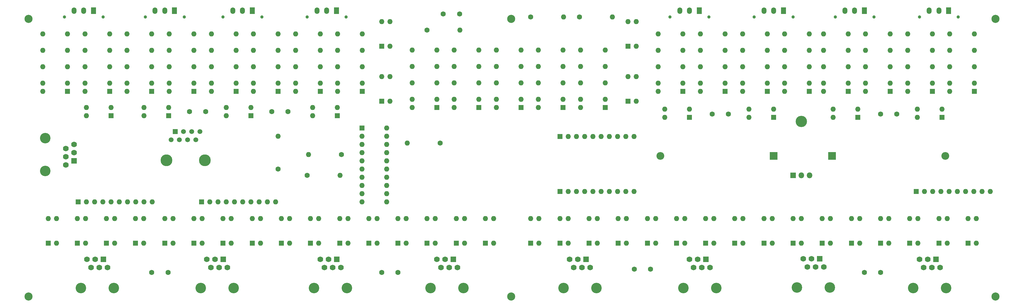
<source format=gbr>
%TF.GenerationSoftware,KiCad,Pcbnew,4.0.7*%
%TF.CreationDate,2018-12-11T18:15:29-05:00*%
%TF.ProjectId,AOML_AB_2.2,414F4D4C5F41425F322E322E6B696361,rev?*%
%TF.FileFunction,Soldermask,Bot*%
%FSLAX46Y46*%
G04 Gerber Fmt 4.6, Leading zero omitted, Abs format (unit mm)*
G04 Created by KiCad (PCBNEW 4.0.7) date 12/11/18 18:15:29*
%MOMM*%
%LPD*%
G01*
G04 APERTURE LIST*
%ADD10C,0.100000*%
%ADD11R,2.400000X2.400000*%
%ADD12O,2.400000X2.400000*%
%ADD13R,1.600000X1.600000*%
%ADD14O,1.600000X1.600000*%
%ADD15C,2.500000*%
%ADD16C,1.600000*%
%ADD17O,3.500000X3.500000*%
%ADD18R,1.800000X1.800000*%
%ADD19O,1.800000X1.800000*%
%ADD20C,1.000000*%
%ADD21R,1.500000X2.000000*%
%ADD22O,1.500000X2.000000*%
%ADD23R,1.500000X1.500000*%
%ADD24C,1.500000*%
%ADD25C,3.650000*%
%ADD26C,1.760000*%
%ADD27R,1.760000X1.760000*%
%ADD28C,3.250000*%
G04 APERTURE END LIST*
D10*
D11*
X275944000Y-72838000D03*
D12*
X310944000Y-72838000D03*
D13*
X168944000Y-99838000D03*
D14*
X171484000Y-92218000D03*
X171484000Y-99838000D03*
X168944000Y-92218000D03*
D13*
X43180000Y-86995000D03*
D14*
X45720000Y-86995000D03*
X48260000Y-86995000D03*
X50800000Y-86995000D03*
X53340000Y-86995000D03*
X55880000Y-86995000D03*
X58420000Y-86995000D03*
X60960000Y-86995000D03*
X63500000Y-86995000D03*
X66040000Y-86995000D03*
D15*
X176860000Y-116365000D03*
X176860000Y-30425000D03*
X27860000Y-116365000D03*
X326440000Y-30425000D03*
X326440000Y-116365000D03*
D16*
X295944000Y-59838000D03*
X290944000Y-59838000D03*
X219944000Y-107838000D03*
X214944000Y-107838000D03*
X160944000Y-28838000D03*
X155944000Y-28838000D03*
D11*
X257944000Y-72838000D03*
D12*
X222944000Y-72838000D03*
D16*
X70944000Y-108838000D03*
X65944000Y-108838000D03*
X141944000Y-108838000D03*
X136944000Y-108838000D03*
X290944000Y-108838000D03*
X285944000Y-108838000D03*
X243944000Y-59838000D03*
X238944000Y-59838000D03*
X107950000Y-59055000D03*
X102950000Y-59055000D03*
X82550000Y-59055000D03*
X77550000Y-59055000D03*
D13*
X136944000Y-38838000D03*
D14*
X139484000Y-31218000D03*
X139484000Y-38838000D03*
X136944000Y-31218000D03*
D13*
X212944000Y-55838000D03*
D14*
X215484000Y-48218000D03*
X215484000Y-55838000D03*
X212944000Y-48218000D03*
D13*
X212944000Y-38838000D03*
D14*
X215484000Y-31218000D03*
X215484000Y-38838000D03*
X212944000Y-31218000D03*
D13*
X136944000Y-55838000D03*
D14*
X139484000Y-48218000D03*
X139484000Y-55838000D03*
X136944000Y-48218000D03*
D13*
X231944000Y-60838000D03*
D14*
X224324000Y-58298000D03*
X231944000Y-58298000D03*
X224324000Y-60838000D03*
D13*
X123190000Y-60325000D03*
D14*
X115570000Y-57785000D03*
X123190000Y-57785000D03*
X115570000Y-60325000D03*
D13*
X96520000Y-60325000D03*
D14*
X88900000Y-57785000D03*
X96520000Y-57785000D03*
X88900000Y-60325000D03*
D13*
X309944000Y-60838000D03*
D14*
X302324000Y-58298000D03*
X309944000Y-58298000D03*
X302324000Y-60838000D03*
D13*
X283944000Y-60838000D03*
D14*
X276324000Y-58298000D03*
X283944000Y-58298000D03*
X276324000Y-60838000D03*
D13*
X257944000Y-60838000D03*
D14*
X250324000Y-58298000D03*
X257944000Y-58298000D03*
X250324000Y-60838000D03*
D13*
X218944000Y-99838000D03*
D14*
X221484000Y-92218000D03*
X221484000Y-99838000D03*
X218944000Y-92218000D03*
D13*
X227944000Y-99838000D03*
D14*
X230484000Y-92218000D03*
X230484000Y-99838000D03*
X227944000Y-92218000D03*
D13*
X236944000Y-99838000D03*
D14*
X239484000Y-92218000D03*
X239484000Y-99838000D03*
X236944000Y-92218000D03*
D13*
X245944000Y-99838000D03*
D14*
X248484000Y-92218000D03*
X248484000Y-99838000D03*
X245944000Y-92218000D03*
D13*
X182944000Y-99838000D03*
D14*
X185484000Y-92218000D03*
X185484000Y-99838000D03*
X182944000Y-92218000D03*
D13*
X191944000Y-99838000D03*
D14*
X194484000Y-92218000D03*
X194484000Y-99838000D03*
X191944000Y-92218000D03*
D13*
X200944000Y-99838000D03*
D14*
X203484000Y-92218000D03*
X203484000Y-99838000D03*
X200944000Y-92218000D03*
D13*
X209944000Y-99838000D03*
D14*
X212484000Y-92218000D03*
X212484000Y-99838000D03*
X209944000Y-92218000D03*
D13*
X141944000Y-99838000D03*
D14*
X144484000Y-92218000D03*
X144484000Y-99838000D03*
X141944000Y-92218000D03*
D13*
X150944000Y-99838000D03*
D14*
X153484000Y-92218000D03*
X153484000Y-99838000D03*
X150944000Y-92218000D03*
D13*
X159944000Y-99838000D03*
D14*
X162484000Y-92218000D03*
X162484000Y-99838000D03*
X159944000Y-92218000D03*
D13*
X254944000Y-99838000D03*
D14*
X257484000Y-92218000D03*
X257484000Y-99838000D03*
X254944000Y-92218000D03*
D13*
X263944000Y-99838000D03*
D14*
X266484000Y-92218000D03*
X266484000Y-99838000D03*
X263944000Y-92218000D03*
D13*
X272944000Y-99838000D03*
D14*
X275484000Y-92218000D03*
X275484000Y-99838000D03*
X272944000Y-92218000D03*
D13*
X281944000Y-99838000D03*
D14*
X284484000Y-92218000D03*
X284484000Y-99838000D03*
X281944000Y-92218000D03*
D13*
X308944000Y-99838000D03*
D14*
X311484000Y-92218000D03*
X311484000Y-99838000D03*
X308944000Y-92218000D03*
D13*
X317944000Y-99838000D03*
D14*
X320484000Y-92218000D03*
X320484000Y-99838000D03*
X317944000Y-92218000D03*
D13*
X290944000Y-99838000D03*
D14*
X293484000Y-92218000D03*
X293484000Y-99838000D03*
X290944000Y-92218000D03*
D13*
X299944000Y-99838000D03*
D14*
X302484000Y-92218000D03*
X302484000Y-99838000D03*
X299944000Y-92218000D03*
D13*
X105944000Y-99838000D03*
D14*
X108484000Y-92218000D03*
X108484000Y-99838000D03*
X105944000Y-92218000D03*
D13*
X114944000Y-99838000D03*
D14*
X117484000Y-92218000D03*
X117484000Y-99838000D03*
X114944000Y-92218000D03*
D13*
X123944000Y-99838000D03*
D14*
X126484000Y-92218000D03*
X126484000Y-99838000D03*
X123944000Y-92218000D03*
D13*
X132944000Y-99838000D03*
D14*
X135484000Y-92218000D03*
X135484000Y-99838000D03*
X132944000Y-92218000D03*
D13*
X33944000Y-99838000D03*
D14*
X36484000Y-92218000D03*
X36484000Y-99838000D03*
X33944000Y-92218000D03*
D13*
X42944000Y-99838000D03*
D14*
X45484000Y-92218000D03*
X45484000Y-99838000D03*
X42944000Y-92218000D03*
D13*
X51944000Y-99838000D03*
D14*
X54484000Y-92218000D03*
X54484000Y-99838000D03*
X51944000Y-92218000D03*
D13*
X60944000Y-99838000D03*
D14*
X63484000Y-92218000D03*
X63484000Y-99838000D03*
X60944000Y-92218000D03*
D13*
X69944000Y-99838000D03*
D14*
X72484000Y-92218000D03*
X72484000Y-99838000D03*
X69944000Y-92218000D03*
D13*
X78944000Y-99838000D03*
D14*
X81484000Y-92218000D03*
X81484000Y-99838000D03*
X78944000Y-92218000D03*
D13*
X87944000Y-99838000D03*
D14*
X90484000Y-92218000D03*
X90484000Y-99838000D03*
X87944000Y-92218000D03*
D13*
X96944000Y-99838000D03*
D14*
X99484000Y-92218000D03*
X99484000Y-99838000D03*
X96944000Y-92218000D03*
D13*
X71120000Y-60325000D03*
D14*
X63500000Y-57785000D03*
X71120000Y-57785000D03*
X63500000Y-60325000D03*
D13*
X53340000Y-60325000D03*
D14*
X45720000Y-57785000D03*
X53340000Y-57785000D03*
X45720000Y-60325000D03*
D16*
X124460000Y-72390000D03*
D14*
X114300000Y-72390000D03*
D16*
X154944000Y-68838000D03*
D14*
X144784000Y-68838000D03*
D16*
X113944000Y-78838000D03*
D14*
X124104000Y-78838000D03*
D16*
X182944000Y-29838000D03*
D14*
X193104000Y-29838000D03*
D16*
X150944000Y-33838000D03*
D14*
X161104000Y-33838000D03*
D16*
X197944000Y-29838000D03*
D14*
X208104000Y-29838000D03*
D16*
X104944000Y-76838000D03*
D14*
X104944000Y-66678000D03*
D13*
X191944000Y-66838000D03*
D14*
X194484000Y-66838000D03*
X197024000Y-66838000D03*
X199564000Y-66838000D03*
X202104000Y-66838000D03*
X204644000Y-66838000D03*
X207184000Y-66838000D03*
X209724000Y-66838000D03*
X212264000Y-66838000D03*
X214804000Y-66838000D03*
D13*
X301944000Y-83838000D03*
D14*
X304484000Y-83838000D03*
X307024000Y-83838000D03*
X309564000Y-83838000D03*
X312104000Y-83838000D03*
X314644000Y-83838000D03*
X317184000Y-83838000D03*
X319724000Y-83838000D03*
X322264000Y-83838000D03*
X324804000Y-83838000D03*
D13*
X191944000Y-83838000D03*
D14*
X194484000Y-83838000D03*
X197024000Y-83838000D03*
X199564000Y-83838000D03*
X202104000Y-83838000D03*
X204644000Y-83838000D03*
X207184000Y-83838000D03*
X209724000Y-83838000D03*
X212264000Y-83838000D03*
X214804000Y-83838000D03*
D13*
X81280000Y-86995000D03*
D14*
X83820000Y-86995000D03*
X86360000Y-86995000D03*
X88900000Y-86995000D03*
X91440000Y-86995000D03*
X93980000Y-86995000D03*
X96520000Y-86995000D03*
X99060000Y-86995000D03*
X101600000Y-86995000D03*
X104140000Y-86995000D03*
D13*
X130810000Y-64135000D03*
D14*
X138430000Y-86995000D03*
X130810000Y-66675000D03*
X138430000Y-84455000D03*
X130810000Y-69215000D03*
X138430000Y-81915000D03*
X130810000Y-71755000D03*
X138430000Y-79375000D03*
X130810000Y-74295000D03*
X138430000Y-76835000D03*
X130810000Y-76835000D03*
X138430000Y-74295000D03*
X130810000Y-79375000D03*
X138430000Y-71755000D03*
X130810000Y-81915000D03*
X138430000Y-69215000D03*
X130810000Y-84455000D03*
X138430000Y-66675000D03*
X130810000Y-86995000D03*
X138430000Y-64135000D03*
D17*
X266484000Y-62178000D03*
D18*
X263944000Y-78838000D03*
D19*
X266484000Y-78838000D03*
X269024000Y-78838000D03*
D20*
X99944000Y-29798000D03*
X87944000Y-29798000D03*
D21*
X96944000Y-27838000D03*
D22*
X93944000Y-27838000D03*
X90944000Y-27838000D03*
D20*
X125944000Y-29798000D03*
X113944000Y-29798000D03*
D21*
X122944000Y-27838000D03*
D22*
X119944000Y-27838000D03*
X116944000Y-27838000D03*
D20*
X237944000Y-29798000D03*
X225944000Y-29798000D03*
D21*
X234944000Y-27838000D03*
D22*
X231944000Y-27838000D03*
X228944000Y-27838000D03*
D20*
X314944000Y-29798000D03*
X302944000Y-29798000D03*
D21*
X311944000Y-27838000D03*
D22*
X308944000Y-27838000D03*
X305944000Y-27838000D03*
D20*
X288944000Y-29798000D03*
X276944000Y-29798000D03*
D21*
X285944000Y-27838000D03*
D22*
X282944000Y-27838000D03*
X279944000Y-27838000D03*
D20*
X263944000Y-29798000D03*
X251944000Y-29798000D03*
D21*
X260944000Y-27838000D03*
D22*
X257944000Y-27838000D03*
X254944000Y-27838000D03*
D20*
X75944000Y-29798000D03*
X63944000Y-29798000D03*
D21*
X72944000Y-27838000D03*
D22*
X69944000Y-27838000D03*
X66944000Y-27838000D03*
D20*
X50944000Y-29798000D03*
X38944000Y-29798000D03*
D21*
X47944000Y-27838000D03*
D22*
X44944000Y-27838000D03*
X41944000Y-27838000D03*
D15*
X27860000Y-30425000D03*
D23*
X73214000Y-65298000D03*
D24*
X71944000Y-67838000D03*
D25*
X82324000Y-74188000D03*
X70454000Y-74188000D03*
D24*
X74484000Y-67838000D03*
X75754000Y-65298000D03*
X77024000Y-67838000D03*
X78294000Y-65298000D03*
X79564000Y-67838000D03*
X80834000Y-65298000D03*
D26*
X41910000Y-69215000D03*
D27*
X41910000Y-74295000D03*
D26*
X39370000Y-70485000D03*
X39370000Y-73025000D03*
X41910000Y-71755000D03*
X39370000Y-75565000D03*
D28*
X33020000Y-77475000D03*
X33020000Y-67315000D03*
D26*
X45944000Y-104838000D03*
D27*
X51024000Y-104838000D03*
D26*
X47214000Y-107378000D03*
X49754000Y-107378000D03*
X48484000Y-104838000D03*
X52294000Y-107378000D03*
D28*
X54204000Y-113728000D03*
X44044000Y-113728000D03*
D26*
X82944000Y-104838000D03*
D27*
X88024000Y-104838000D03*
D26*
X84214000Y-107378000D03*
X86754000Y-107378000D03*
X85484000Y-104838000D03*
X89294000Y-107378000D03*
D28*
X91204000Y-113728000D03*
X81044000Y-113728000D03*
D26*
X153944000Y-104838000D03*
D27*
X159024000Y-104838000D03*
D26*
X155214000Y-107378000D03*
X157754000Y-107378000D03*
X156484000Y-104838000D03*
X160294000Y-107378000D03*
D28*
X162204000Y-113728000D03*
X152044000Y-113728000D03*
D26*
X117944000Y-104838000D03*
D27*
X123024000Y-104838000D03*
D26*
X119214000Y-107378000D03*
X121754000Y-107378000D03*
X120484000Y-104838000D03*
X124294000Y-107378000D03*
D28*
X126204000Y-113728000D03*
X116044000Y-113728000D03*
D26*
X302944000Y-104838000D03*
D27*
X308024000Y-104838000D03*
D26*
X304214000Y-107378000D03*
X306754000Y-107378000D03*
X305484000Y-104838000D03*
X309294000Y-107378000D03*
D28*
X311204000Y-113728000D03*
X301044000Y-113728000D03*
D26*
X267033000Y-104648000D03*
D27*
X272113000Y-104648000D03*
D26*
X268303000Y-107188000D03*
X270843000Y-107188000D03*
X269573000Y-104648000D03*
X273383000Y-107188000D03*
D28*
X275293000Y-113538000D03*
X265133000Y-113538000D03*
D26*
X231944000Y-104838000D03*
D27*
X237024000Y-104838000D03*
D26*
X233214000Y-107378000D03*
X235754000Y-107378000D03*
X234484000Y-104838000D03*
X238294000Y-107378000D03*
D28*
X240204000Y-113728000D03*
X230044000Y-113728000D03*
D26*
X194944000Y-104838000D03*
D27*
X200024000Y-104838000D03*
D26*
X196214000Y-107378000D03*
X198754000Y-107378000D03*
X197484000Y-104838000D03*
X201294000Y-107378000D03*
D28*
X203204000Y-113728000D03*
X193044000Y-113728000D03*
D13*
X153944000Y-57838000D03*
D14*
X146324000Y-40058000D03*
X153944000Y-55298000D03*
X146324000Y-45138000D03*
X153944000Y-50218000D03*
X146324000Y-50218000D03*
X153944000Y-45138000D03*
X146324000Y-55298000D03*
X153944000Y-40058000D03*
X146324000Y-57838000D03*
D13*
X166944000Y-57838000D03*
D14*
X159324000Y-40058000D03*
X166944000Y-55298000D03*
X159324000Y-45138000D03*
X166944000Y-50218000D03*
X159324000Y-50218000D03*
X166944000Y-45138000D03*
X159324000Y-55298000D03*
X166944000Y-40058000D03*
X159324000Y-57838000D03*
D13*
X179944000Y-57838000D03*
D14*
X172324000Y-40058000D03*
X179944000Y-55298000D03*
X172324000Y-45138000D03*
X179944000Y-50218000D03*
X172324000Y-50218000D03*
X179944000Y-45138000D03*
X172324000Y-55298000D03*
X179944000Y-40058000D03*
X172324000Y-57838000D03*
D13*
X192944000Y-57838000D03*
D14*
X185324000Y-40058000D03*
X192944000Y-55298000D03*
X185324000Y-45138000D03*
X192944000Y-50218000D03*
X185324000Y-50218000D03*
X192944000Y-45138000D03*
X185324000Y-55298000D03*
X192944000Y-40058000D03*
X185324000Y-57838000D03*
D13*
X205944000Y-57838000D03*
D14*
X198324000Y-40058000D03*
X205944000Y-55298000D03*
X198324000Y-45138000D03*
X205944000Y-50218000D03*
X198324000Y-50218000D03*
X205944000Y-45138000D03*
X198324000Y-55298000D03*
X205944000Y-40058000D03*
X198324000Y-57838000D03*
D13*
X229944000Y-52838000D03*
D14*
X222324000Y-35058000D03*
X229944000Y-50298000D03*
X222324000Y-40138000D03*
X229944000Y-45218000D03*
X222324000Y-45218000D03*
X229944000Y-40138000D03*
X222324000Y-50298000D03*
X229944000Y-35058000D03*
X222324000Y-52838000D03*
D13*
X242944000Y-52838000D03*
D14*
X235324000Y-35058000D03*
X242944000Y-50298000D03*
X235324000Y-40138000D03*
X242944000Y-45218000D03*
X235324000Y-45218000D03*
X242944000Y-40138000D03*
X235324000Y-50298000D03*
X242944000Y-35058000D03*
X235324000Y-52838000D03*
D13*
X130944000Y-52838000D03*
D14*
X123324000Y-35058000D03*
X130944000Y-50298000D03*
X123324000Y-40138000D03*
X130944000Y-45218000D03*
X123324000Y-45218000D03*
X130944000Y-40138000D03*
X123324000Y-50298000D03*
X130944000Y-35058000D03*
X123324000Y-52838000D03*
D13*
X117944000Y-52838000D03*
D14*
X110324000Y-35058000D03*
X117944000Y-50298000D03*
X110324000Y-40138000D03*
X117944000Y-45218000D03*
X110324000Y-45218000D03*
X117944000Y-40138000D03*
X110324000Y-50298000D03*
X117944000Y-35058000D03*
X110324000Y-52838000D03*
D13*
X91944000Y-52838000D03*
D14*
X84324000Y-35058000D03*
X91944000Y-50298000D03*
X84324000Y-40138000D03*
X91944000Y-45218000D03*
X84324000Y-45218000D03*
X91944000Y-40138000D03*
X84324000Y-50298000D03*
X91944000Y-35058000D03*
X84324000Y-52838000D03*
D13*
X104944000Y-52838000D03*
D14*
X97324000Y-35058000D03*
X104944000Y-50298000D03*
X97324000Y-40138000D03*
X104944000Y-45218000D03*
X97324000Y-45218000D03*
X104944000Y-40138000D03*
X97324000Y-50298000D03*
X104944000Y-35058000D03*
X97324000Y-52838000D03*
D13*
X306944000Y-52838000D03*
D14*
X299324000Y-35058000D03*
X306944000Y-50298000D03*
X299324000Y-40138000D03*
X306944000Y-45218000D03*
X299324000Y-45218000D03*
X306944000Y-40138000D03*
X299324000Y-50298000D03*
X306944000Y-35058000D03*
X299324000Y-52838000D03*
D13*
X319944000Y-52838000D03*
D14*
X312324000Y-35058000D03*
X319944000Y-50298000D03*
X312324000Y-40138000D03*
X319944000Y-45218000D03*
X312324000Y-45218000D03*
X319944000Y-40138000D03*
X312324000Y-50298000D03*
X319944000Y-35058000D03*
X312324000Y-52838000D03*
D13*
X280944000Y-52838000D03*
D14*
X273324000Y-35058000D03*
X280944000Y-50298000D03*
X273324000Y-40138000D03*
X280944000Y-45218000D03*
X273324000Y-45218000D03*
X280944000Y-40138000D03*
X273324000Y-50298000D03*
X280944000Y-35058000D03*
X273324000Y-52838000D03*
D13*
X293944000Y-52838000D03*
D14*
X286324000Y-35058000D03*
X293944000Y-50298000D03*
X286324000Y-40138000D03*
X293944000Y-45218000D03*
X286324000Y-45218000D03*
X293944000Y-40138000D03*
X286324000Y-50298000D03*
X293944000Y-35058000D03*
X286324000Y-52838000D03*
D13*
X255944000Y-52838000D03*
D14*
X248324000Y-35058000D03*
X255944000Y-50298000D03*
X248324000Y-40138000D03*
X255944000Y-45218000D03*
X248324000Y-45218000D03*
X255944000Y-40138000D03*
X248324000Y-50298000D03*
X255944000Y-35058000D03*
X248324000Y-52838000D03*
D13*
X268944000Y-52838000D03*
D14*
X261324000Y-35058000D03*
X268944000Y-50298000D03*
X261324000Y-40138000D03*
X268944000Y-45218000D03*
X261324000Y-45218000D03*
X268944000Y-40138000D03*
X261324000Y-50298000D03*
X268944000Y-35058000D03*
X261324000Y-52838000D03*
D13*
X65944000Y-52838000D03*
D14*
X58324000Y-35058000D03*
X65944000Y-50298000D03*
X58324000Y-40138000D03*
X65944000Y-45218000D03*
X58324000Y-45218000D03*
X65944000Y-40138000D03*
X58324000Y-50298000D03*
X65944000Y-35058000D03*
X58324000Y-52838000D03*
D13*
X78944000Y-52838000D03*
D14*
X71324000Y-35058000D03*
X78944000Y-50298000D03*
X71324000Y-40138000D03*
X78944000Y-45218000D03*
X71324000Y-45218000D03*
X78944000Y-40138000D03*
X71324000Y-50298000D03*
X78944000Y-35058000D03*
X71324000Y-52838000D03*
D13*
X39944000Y-52838000D03*
D14*
X32324000Y-35058000D03*
X39944000Y-50298000D03*
X32324000Y-40138000D03*
X39944000Y-45218000D03*
X32324000Y-45218000D03*
X39944000Y-40138000D03*
X32324000Y-50298000D03*
X39944000Y-35058000D03*
X32324000Y-52838000D03*
D13*
X52944000Y-52838000D03*
D14*
X45324000Y-35058000D03*
X52944000Y-50298000D03*
X45324000Y-40138000D03*
X52944000Y-45218000D03*
X45324000Y-45218000D03*
X52944000Y-40138000D03*
X45324000Y-50298000D03*
X52944000Y-35058000D03*
X45324000Y-52838000D03*
M02*

</source>
